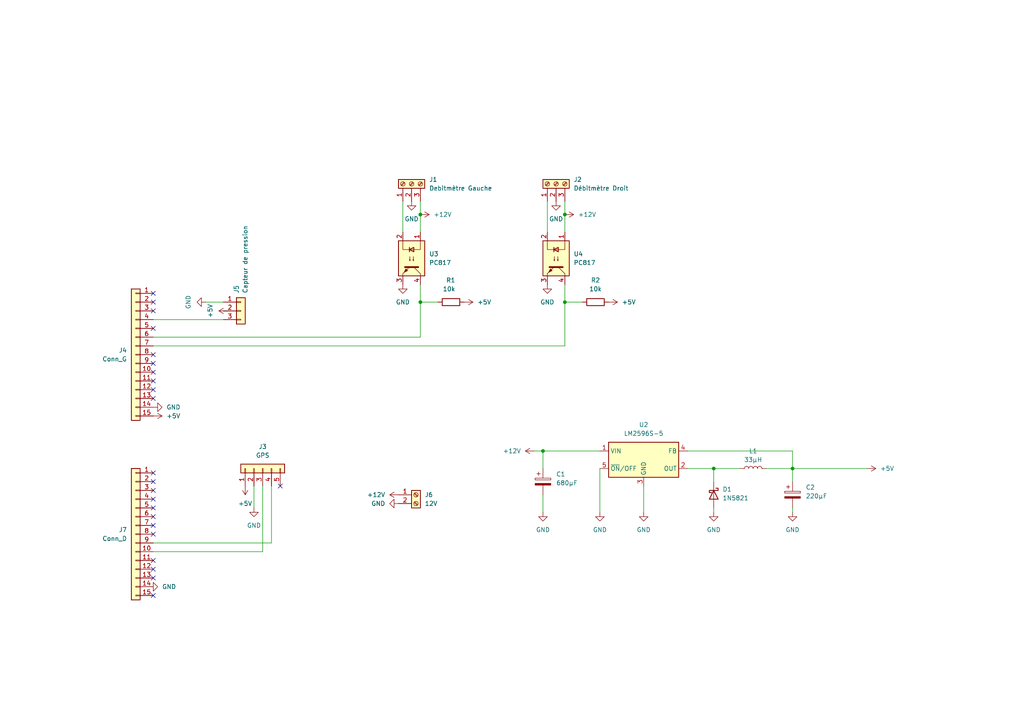
<source format=kicad_sch>
(kicad_sch (version 20231120) (generator "eeschema") (generator_version "8.0")
  (paper "A4")
  (lib_symbols
    (symbol "Connector:Screw_Terminal_01x02" (pin_names (offset 1.016) hide)
      (property "Reference" "J" (at 0 2.54 0))
      (property "Value" "Screw_Terminal_01x02" (at 0 -5.08 0))
      (symbol "Screw_Terminal_01x02_1_1"
        (rectangle (start -1.27 1.27) (end 1.27 -3.81) (stroke (width 0.254)) (fill (type background)))
        (circle (center 0 -2.54) (radius 0.635) (stroke (width 0.1524)))
        (polyline (pts (xy -0.5334 -2.2098) (xy 0.3302 -3.048)) (stroke (width 0.1524)))
        (polyline (pts (xy -0.5334 0.3302) (xy 0.3302 -0.508)) (stroke (width 0.1524)))
        (polyline (pts (xy -0.3556 -2.032) (xy 0.508 -2.8702)) (stroke (width 0.1524)))
        (polyline (pts (xy -0.3556 0.508) (xy 0.508 -0.3302)) (stroke (width 0.1524)))
        (circle (center 0 0) (radius 0.635) (stroke (width 0.1524)))
        (pin passive line (at -5.08 0 0) (length 3.81) (name "Pin_1") (number "1"))
        (pin passive line (at -5.08 -2.54 0) (length 3.81) (name "Pin_2") (number "2"))
      )
    )
    (symbol "Connector:Screw_Terminal_01x03" (pin_names (offset 1.016) hide)
      (property "Reference" "J" (at 0 5.08 0))
      (property "Value" "Screw_Terminal_01x03" (at 0 -5.08 0))
      (symbol "Screw_Terminal_01x03_1_1"
        (rectangle (start -1.27 3.81) (end 1.27 -3.81) (stroke (width 0.254)) (fill (type background)))
        (circle (center 0 -2.54) (radius 0.635) (stroke (width 0.1524)))
        (polyline (pts (xy -0.5334 -2.2098) (xy 0.3302 -3.048)) (stroke (width 0.1524)))
        (polyline (pts (xy -0.5334 0.3302) (xy 0.3302 -0.508)) (stroke (width 0.1524)))
        (polyline (pts (xy -0.5334 2.8702) (xy 0.3302 2.032)) (stroke (width 0.1524)))
        (polyline (pts (xy -0.3556 -2.032) (xy 0.508 -2.8702)) (stroke (width 0.1524)))
        (polyline (pts (xy -0.3556 0.508) (xy 0.508 -0.3302)) (stroke (width 0.1524)))
        (polyline (pts (xy -0.3556 3.048) (xy 0.508 2.2098)) (stroke (width 0.1524)))
        (circle (center 0 0) (radius 0.635) (stroke (width 0.1524)))
        (circle (center 0 2.54) (radius 0.635) (stroke (width 0.1524)))
        (pin passive line (at -5.08 2.54 0) (length 3.81) (name "Pin_1") (number "1"))
        (pin passive line (at -5.08 0 0) (length 3.81) (name "Pin_2") (number "2"))
        (pin passive line (at -5.08 -2.54 0) (length 3.81) (name "Pin_3") (number "3"))
      )
    )
    (symbol "Connector_Generic:Conn_01x03" (pin_names (offset 1.016) hide)
      (property "Reference" "J" (at 0 5.08 0))
      (property "Value" "Conn_01x03" (at 0 -5.08 0))
      (symbol "Conn_01x03_1_1"
        (rectangle (start -1.27 -2.413) (end 0 -2.667) (stroke (width 0.1524)))
        (rectangle (start -1.27 0.127) (end 0 -0.127) (stroke (width 0.1524)))
        (rectangle (start -1.27 2.667) (end 0 2.413) (stroke (width 0.1524)))
        (rectangle (start -1.27 3.81) (end 1.27 -3.81) (stroke (width 0.254)) (fill (type background)))
        (pin passive line (at -5.08 2.54 0) (length 3.81) (name "Pin_1") (number "1"))
        (pin passive line (at -5.08 0 0) (length 3.81) (name "Pin_2") (number "2"))
        (pin passive line (at -5.08 -2.54 0) (length 3.81) (name "Pin_3") (number "3"))
      )
    )
    (symbol "Connector_Generic:Conn_01x05" (pin_names (offset 1.016) hide)
      (property "Reference" "J" (at 0 7.62 0))
      (property "Value" "Conn_01x05" (at 0 -7.62 0))
      (symbol "Conn_01x05_1_1"
        (rectangle (start -1.27 -4.953) (end 0 -5.207) (stroke (width 0.1524)))
        (rectangle (start -1.27 -2.413) (end 0 -2.667) (stroke (width 0.1524)))
        (rectangle (start -1.27 0.127) (end 0 -0.127) (stroke (width 0.1524)))
        (rectangle (start -1.27 2.667) (end 0 2.413) (stroke (width 0.1524)))
        (rectangle (start -1.27 5.207) (end 0 4.953) (stroke (width 0.1524)))
        (rectangle (start -1.27 6.35) (end 1.27 -6.35) (stroke (width 0.254)) (fill (type background)))
        (pin passive line (at -5.08 5.08 0) (length 3.81) (name "Pin_1") (number "1"))
        (pin passive line (at -5.08 2.54 0) (length 3.81) (name "Pin_2") (number "2"))
        (pin passive line (at -5.08 0 0) (length 3.81) (name "Pin_3") (number "3"))
        (pin passive line (at -5.08 -2.54 0) (length 3.81) (name "Pin_4") (number "4"))
        (pin passive line (at -5.08 -5.08 0) (length 3.81) (name "Pin_5") (number "5"))
      )
    )
    (symbol "Connector_Generic:Conn_01x15" (pin_names (offset 1.016) hide)
      (property "Reference" "J" (at 0 20.32 0))
      (property "Value" "Conn_01x15" (at 0 -20.32 0))
      (symbol "Conn_01x15_1_1"
        (rectangle (start -1.27 -17.653) (end 0 -17.907) (stroke (width 0.1524)))
        (rectangle (start -1.27 -15.113) (end 0 -15.367) (stroke (width 0.1524)))
        (rectangle (start -1.27 -12.573) (end 0 -12.827) (stroke (width 0.1524)))
        (rectangle (start -1.27 -10.033) (end 0 -10.287) (stroke (width 0.1524)))
        (rectangle (start -1.27 -7.493) (end 0 -7.747) (stroke (width 0.1524)))
        (rectangle (start -1.27 -4.953) (end 0 -5.207) (stroke (width 0.1524)))
        (rectangle (start -1.27 -2.413) (end 0 -2.667) (stroke (width 0.1524)))
        (rectangle (start -1.27 0.127) (end 0 -0.127) (stroke (width 0.1524)))
        (rectangle (start -1.27 2.667) (end 0 2.413) (stroke (width 0.1524)))
        (rectangle (start -1.27 5.207) (end 0 4.953) (stroke (width 0.1524)))
        (rectangle (start -1.27 7.747) (end 0 7.493) (stroke (width 0.1524)))
        (rectangle (start -1.27 10.287) (end 0 10.033) (stroke (width 0.1524)))
        (rectangle (start -1.27 12.827) (end 0 12.573) (stroke (width 0.1524)))
        (rectangle (start -1.27 15.367) (end 0 15.113) (stroke (width 0.1524)))
        (rectangle (start -1.27 17.907) (end 0 17.653) (stroke (width 0.1524)))
        (rectangle (start -1.27 19.05) (end 1.27 -19.05) (stroke (width 0.254)) (fill (type background)))
        (pin passive line (at -5.08 17.78 0) (length 3.81) (name "Pin_1") (number "1"))
        (pin passive line (at -5.08 -5.08 0) (length 3.81) (name "Pin_10") (number "10"))
        (pin passive line (at -5.08 -7.62 0) (length 3.81) (name "Pin_11") (number "11"))
        (pin passive line (at -5.08 -10.16 0) (length 3.81) (name "Pin_12") (number "12"))
        (pin passive line (at -5.08 -12.7 0) (length 3.81) (name "Pin_13") (number "13"))
        (pin passive line (at -5.08 -15.24 0) (length 3.81) (name "Pin_14") (number "14"))
        (pin passive line (at -5.08 -17.78 0) (length 3.81) (name "Pin_15") (number "15"))
        (pin passive line (at -5.08 15.24 0) (length 3.81) (name "Pin_2") (number "2"))
        (pin passive line (at -5.08 12.7 0) (length 3.81) (name "Pin_3") (number "3"))
        (pin passive line (at -5.08 10.16 0) (length 3.81) (name "Pin_4") (number "4"))
        (pin passive line (at -5.08 7.62 0) (length 3.81) (name "Pin_5") (number "5"))
        (pin passive line (at -5.08 5.08 0) (length 3.81) (name "Pin_6") (number "6"))
        (pin passive line (at -5.08 2.54 0) (length 3.81) (name "Pin_7") (number "7"))
        (pin passive line (at -5.08 0 0) (length 3.81) (name "Pin_8") (number "8"))
        (pin passive line (at -5.08 -2.54 0) (length 3.81) (name "Pin_9") (number "9"))
      )
    )
    (symbol "Device:C_Polarized" (pin_numbers hide) (pin_names (offset 0.254))
      (property "Reference" "C" (at 0.635 2.54 0))
      (property "Value" "C_Polarized" (at 0.635 -2.54 0))
      (symbol "C_Polarized_0_1"
        (rectangle (start -2.286 0.508) (end 2.286 1.016))
        (polyline (pts (xy -1.778 2.286) (xy -0.762 2.286)))
        (polyline (pts (xy -1.27 2.794) (xy -1.27 1.778)))
        (rectangle (start 2.286 -0.508) (end -2.286 -1.016) (fill (type outline)))
      )
      (symbol "C_Polarized_1_1"
        (pin passive line (at 0 3.81 270) (length 2.794) (name "~") (number "1"))
        (pin passive line (at 0 -3.81 90) (length 2.794) (name "~") (number "2"))
      )
    )
    (symbol "Device:L" (pin_numbers hide) (pin_names (offset 1.016) hide)
      (property "Reference" "L" (at -1.27 0 90))
      (property "Value" "L" (at 1.905 0 90))
      (symbol "L_0_1"
        (arc (start 0 -2.54) (mid 0.6323 -1.905) (end 0 -1.27))
        (arc (start 0 -1.27) (mid 0.6323 -0.635) (end 0 0))
        (arc (start 0 0) (mid 0.6323 0.635) (end 0 1.27))
        (arc (start 0 1.27) (mid 0.6323 1.905) (end 0 2.54))
      )
      (symbol "L_1_1"
        (pin passive line (at 0 3.81 270) (length 1.27) (name "1") (number "1"))
        (pin passive line (at 0 -3.81 90) (length 1.27) (name "2") (number "2"))
      )
    )
    (symbol "Device:R" (pin_numbers hide) (pin_names (offset 0))
      (property "Reference" "R" (at 2.032 0 90))
      (property "Value" "R" (at 0 0 90))
      (symbol "R_0_1"
        (rectangle (start -1.016 -2.54) (end 1.016 2.54) (stroke (width 0.254)))
      )
      (symbol "R_1_1"
        (pin passive line (at 0 3.81 270) (length 1.27) (name "~") (number "1"))
        (pin passive line (at 0 -3.81 90) (length 1.27) (name "~") (number "2"))
      )
    )
    (symbol "Diode:1N5821" (pin_numbers hide) (pin_names (offset 1.016) hide)
      (property "Reference" "D" (at 0 2.54 0))
      (property "Value" "1N5821" (at 0 -2.54 0))
      (symbol "1N5821_0_1"
        (polyline (pts (xy 1.27 0) (xy -1.27 0)))
        (polyline (pts (xy 1.27 1.27) (xy 1.27 -1.27) (xy -1.27 0) (xy 1.27 1.27)) (stroke (width 0.254)))
        (polyline (pts (xy -1.905 0.635) (xy -1.905 1.27) (xy -1.27 1.27) (xy -1.27 -1.27) (xy -0.635 -1.27) (xy -0.635 -0.635)) (stroke (width 0.254)))
      )
      (symbol "1N5821_1_1"
        (pin passive line (at -3.81 0 0) (length 2.54) (name "K") (number "1"))
        (pin passive line (at 3.81 0 180) (length 2.54) (name "A") (number "2"))
      )
    )
    (symbol "Isolator:PC817" (pin_names (offset 1.016))
      (property "Reference" "U" (at -5.08 5.08 0))
      (property "Value" "PC817" (at 0 5.08 0))
      (symbol "PC817_0_1"
        (rectangle (start -5.08 3.81) (end 5.08 -3.81) (stroke (width 0.254)) (fill (type background)))
        (polyline (pts (xy -3.175 -0.635) (xy -1.905 -0.635)) (stroke (width 0.254)))
        (polyline (pts (xy 2.54 0.635) (xy 4.445 2.54)))
        (polyline (pts (xy 4.445 -2.54) (xy 2.54 -0.635)) (fill (type outline)))
        (polyline (pts (xy 4.445 -2.54) (xy 5.08 -2.54)))
        (polyline (pts (xy 4.445 2.54) (xy 5.08 2.54)))
        (polyline (pts (xy -5.08 2.54) (xy -2.54 2.54) (xy -2.54 -0.635)))
        (polyline (pts (xy -2.54 -0.635) (xy -2.54 -2.54) (xy -5.08 -2.54)))
        (polyline (pts (xy 2.54 1.905) (xy 2.54 -1.905) (xy 2.54 -1.905)) (stroke (width 0.508)))
        (polyline (pts (xy -2.54 -0.635) (xy -3.175 0.635) (xy -1.905 0.635) (xy -2.54 -0.635)) (stroke (width 0.254)))
        (polyline (pts (xy -0.508 -0.508) (xy 0.762 -0.508) (xy 0.381 -0.635) (xy 0.381 -0.381) (xy 0.762 -0.508)))
        (polyline (pts (xy -0.508 0.508) (xy 0.762 0.508) (xy 0.381 0.381) (xy 0.381 0.635) (xy 0.762 0.508)))
        (polyline (pts (xy 3.048 -1.651) (xy 3.556 -1.143) (xy 4.064 -2.159) (xy 3.048 -1.651) (xy 3.048 -1.651)) (fill (type outline)))
      )
      (symbol "PC817_1_1"
        (pin passive line (at -7.62 2.54 0) (length 2.54) (name "~") (number "1"))
        (pin passive line (at -7.62 -2.54 0) (length 2.54) (name "~") (number "2"))
        (pin passive line (at 7.62 -2.54 180) (length 2.54) (name "~") (number "3"))
        (pin passive line (at 7.62 2.54 180) (length 2.54) (name "~") (number "4"))
      )
    )
    (symbol "Regulator_Switching:LM2596S-5"
      (property "Reference" "U" (at -10.16 6.35 0))
      (property "Value" "LM2596S-5" (at 0 6.35 0))
      (symbol "LM2596S-5_0_1"
        (rectangle (start -10.16 5.08) (end 10.16 -5.08) (stroke (width 0.254)) (fill (type background)))
      )
      (symbol "LM2596S-5_1_1"
        (pin power_in line (at -12.7 2.54 0) (length 2.54) (name "VIN") (number "1"))
        (pin output line (at 12.7 -2.54 180) (length 2.54) (name "OUT") (number "2"))
        (pin power_in line (at 0 -7.62 90) (length 2.54) (name "GND") (number "3"))
        (pin input line (at 12.7 2.54 180) (length 2.54) (name "FB") (number "4"))
        (pin input line (at -12.7 -2.54 0) (length 2.54) (name "~{ON}/OFF") (number "5"))
      )
    )
    (symbol "power:+12V" (power) (pin_names (offset 0))
      (property "Value" "+12V" (at 0 3.556 0))
      (symbol "+12V_0_1"
        (polyline (pts (xy -0.762 1.27) (xy 0 2.54)))
        (polyline (pts (xy 0 0) (xy 0 2.54)))
        (polyline (pts (xy 0 2.54) (xy 0.762 1.27)))
      )
      (symbol "+12V_1_1"
        (pin power_in line (at 0 0 90) (length 0) hide (name "+12V") (number "1"))
      )
    )
    (symbol "power:+5V" (power) (pin_names (offset 0))
      (property "Value" "+5V" (at 0 3.556 0))
      (symbol "+5V_0_1"
        (polyline (pts (xy -0.762 1.27) (xy 0 2.54)))
        (polyline (pts (xy 0 0) (xy 0 2.54)))
        (polyline (pts (xy 0 2.54) (xy 0.762 1.27)))
      )
      (symbol "+5V_1_1"
        (pin power_in line (at 0 0 90) (length 0) hide (name "+5V") (number "1"))
      )
    )
    (symbol "power:GND" (power) (pin_names (offset 0))
      (property "Value" "GND" (at 0 -3.81 0))
      (symbol "GND_0_1"
        (polyline (pts (xy 0 0) (xy 0 -1.27) (xy 1.27 -1.27) (xy 0 -2.54) (xy -1.27 -1.27) (xy 0 -1.27)))
      )
      (symbol "GND_1_1"
        (pin power_in line (at 0 0 270) (length 0) hide (name "GND") (number "1"))
      )
    )
  )
  (junction (at 121.92 62.23))
  (junction (at 229.87 135.89))
  (junction (at 163.83 87.63))
  (junction (at 163.83 62.23))
  (junction (at 157.48 130.81))
  (junction (at 207.01 135.89))
  (junction (at 121.92 87.63))
  (no_connect (at 44.45 87.63))
  (no_connect (at 44.45 110.49))
  (no_connect (at 44.45 165.1))
  (no_connect (at 44.45 137.16))
  (no_connect (at 44.45 115.57))
  (no_connect (at 44.45 107.95))
  (no_connect (at 44.45 172.72))
  (no_connect (at 44.45 102.87))
  (no_connect (at 44.45 139.7))
  (no_connect (at 44.45 167.64))
  (no_connect (at 44.45 85.09))
  (no_connect (at 44.45 95.25))
  (no_connect (at 44.45 142.24))
  (no_connect (at 44.45 147.32))
  (no_connect (at 44.45 152.4))
  (no_connect (at 44.45 105.41))
  (no_connect (at 81.28 140.97))
  (no_connect (at 44.45 162.56))
  (no_connect (at 44.45 90.17))
  (no_connect (at 44.45 154.94))
  (no_connect (at 44.45 149.86))
  (no_connect (at 44.45 113.03))
  (no_connect (at 44.45 144.78))
  (wire (pts (xy 44.45 170.18) (xy 43.18 170.18)))
  (wire (pts (xy 76.2 140.97) (xy 76.2 160.02)))
  (wire (pts (xy 163.83 62.23) (xy 163.83 67.31)))
  (wire (pts (xy 163.83 82.55) (xy 163.83 87.63)))
  (wire (pts (xy 222.25 135.89) (xy 229.87 135.89)))
  (wire (pts (xy 121.92 87.63) (xy 121.92 82.55)))
  (wire (pts (xy 44.45 100.33) (xy 163.83 100.33)))
  (wire (pts (xy 158.75 58.42) (xy 158.75 67.31)))
  (wire (pts (xy 121.92 87.63) (xy 121.92 97.79)))
  (wire (pts (xy 73.66 147.32) (xy 73.66 140.97)))
  (wire (pts (xy 121.92 87.63) (xy 127 87.63)))
  (wire (pts (xy 186.69 140.97) (xy 186.69 148.59)))
  (wire (pts (xy 229.87 147.32) (xy 229.87 148.59)))
  (wire (pts (xy 207.01 135.89) (xy 207.01 139.7)))
  (wire (pts (xy 157.48 143.51) (xy 157.48 148.59)))
  (wire (pts (xy 163.83 87.63) (xy 163.83 100.33)))
  (wire (pts (xy 44.45 97.79) (xy 121.92 97.79)))
  (wire (pts (xy 168.91 87.63) (xy 163.83 87.63)))
  (wire (pts (xy 64.77 90.17) (xy 66.04 90.17)))
  (wire (pts (xy 59.69 87.63) (xy 64.77 87.63)))
  (wire (pts (xy 173.99 135.89) (xy 173.99 148.59)))
  (wire (pts (xy 44.45 92.71) (xy 64.77 92.71)))
  (wire (pts (xy 207.01 135.89) (xy 214.63 135.89)))
  (wire (pts (xy 76.2 160.02) (xy 44.45 160.02)))
  (wire (pts (xy 78.74 157.48) (xy 44.45 157.48)))
  (wire (pts (xy 229.87 130.81) (xy 229.87 135.89)))
  (wire (pts (xy 199.39 135.89) (xy 207.01 135.89)))
  (wire (pts (xy 163.83 58.42) (xy 163.83 62.23)))
  (wire (pts (xy 121.92 58.42) (xy 121.92 62.23)))
  (wire (pts (xy 154.94 130.81) (xy 157.48 130.81)))
  (wire (pts (xy 229.87 135.89) (xy 229.87 139.7)))
  (wire (pts (xy 157.48 130.81) (xy 157.48 135.89)))
  (wire (pts (xy 121.92 62.23) (xy 121.92 67.31)))
  (wire (pts (xy 78.74 140.97) (xy 78.74 157.48)))
  (wire (pts (xy 229.87 135.89) (xy 251.46 135.89)))
  (wire (pts (xy 116.84 58.42) (xy 116.84 67.31)))
  (wire (pts (xy 207.01 147.32) (xy 207.01 148.59)))
  (wire (pts (xy 157.48 130.81) (xy 173.99 130.81)))
  (wire (pts (xy 199.39 130.81) (xy 229.87 130.81)))
  (symbol (lib_id "Device:R") (at 172.72 87.63 90) (unit 1)
    (property "Reference" "R2" (at 172.72 81.28 90))
    (property "Value" "10k" (at 172.72 83.82 90))
    (property "Footprint" "Resistor_SMD:R_0603_1608Metric" (effects (hide yes)))
  )
  (symbol (lib_id "Device:L") (at 218.44 135.89 90) (unit 1)
    (property "Reference" "L1" (at 218.44 130.81 90))
    (property "Value" "33µH" (at 218.44 133.35 90))
    (property "Footprint" "Inductor_SMD:L_Changjiang_FXL0650" (effects (hide yes)))
    (property "Description" "Inductor" (effects (hide yes)))
  )
  (symbol (lib_id "power:+5V") (at 44.45 120.65 270) (unit 1)
    (property "Reference" "#PWR0106" (effects (hide yes)))
    (property "Value" "+5V" (at 48.26 120.6499 90) (effects (justify left)))
  )
  (symbol (lib_id "power:+5V") (at 134.62 87.63 270) (unit 1)
    (property "Reference" "#PWR0102" (effects (hide yes)))
    (property "Value" "+5V" (at 138.43 87.6299 90) (effects (justify left)))
  )
  (symbol (lib_id "power:+12V") (at 115.57 143.51 90) (unit 1)
    (property "Reference" "#PWR0118" (effects (hide yes)))
    (property "Value" "+12V" (at 111.76 143.5099 90) (effects (justify left)))
  )
  (symbol (lib_id "power:GND") (at 115.57 146.05 270) (unit 1)
    (property "Reference" "#PWR0119" (effects (hide yes)))
    (property "Value" "GND" (at 111.76 146.0499 90) (effects (justify right)))
  )
  (symbol (lib_id "Connector:Screw_Terminal_01x03") (at 161.29 53.34 90) (unit 1)
    (property "Reference" "J2" (at 166.37 52.0699 90) (effects (justify right)))
    (property "Value" "Débitmètre Droit" (at 166.37 54.6099 90) (effects (justify right)))
    (property "Footprint" "mesEmpreintes:TerminalBlock_bornier-3_P5.08mm" (effects (hide yes)))
  )
  (symbol (lib_id "Connector:Screw_Terminal_01x02") (at 120.65 143.51 0) (unit 1)
    (property "Reference" "J6" (at 123.19 143.5099 0) (effects (justify left)))
    (property "Value" "12V" (at 123.19 146.0499 0) (effects (justify left)))
    (property "Footprint" "mesEmpreintes:TerminalBlock_bornier-2_P5.08mm" (effects (hide yes)))
  )
  (symbol (lib_id "power:+12V") (at 121.92 62.23 270) (unit 1)
    (property "Reference" "#PWR0109" (effects (hide yes)))
    (property "Value" "+12V" (at 125.73 62.2299 90) (effects (justify left)))
  )
  (symbol (lib_id "power:+5V") (at 176.53 87.63 270) (unit 1)
    (property "Reference" "#PWR0101" (effects (hide yes)))
    (property "Value" "+5V" (at 180.34 87.6299 90) (effects (justify left)))
  )
  (symbol (lib_id "power:GND") (at 73.66 147.32 0) (unit 1)
    (property "Reference" "#PWR0110" (effects (hide yes)))
    (property "Value" "GND" (at 73.66 152.4 0))
  )
  (symbol (lib_id "power:+12V") (at 163.83 62.23 270) (unit 1)
    (property "Reference" "#PWR0105" (effects (hide yes)))
    (property "Value" "+12V" (at 167.64 62.2299 90) (effects (justify left)))
  )
  (symbol (lib_id "power:GND") (at 59.69 87.63 270) (unit 1)
    (property "Reference" "#PWR0117" (effects (hide yes)))
    (property "Value" "GND" (at 54.61 87.63 0))
  )
  (symbol (lib_id "power:GND") (at 119.38 58.42 0) (unit 1)
    (property "Reference" "#PWR0111" (effects (hide yes)))
    (property "Value" "GND" (at 119.38 63.5 0))
  )
  (symbol (lib_id "power:+5V") (at 251.46 135.89 270) (unit 1)
    (property "Reference" "#PWR0114" (effects (hide yes)))
    (property "Value" "+5V" (at 255.27 135.8899 90) (effects (justify left)))
  )
  (symbol (lib_id "power:GND") (at 186.69 148.59 0) (unit 1)
    (property "Reference" "#PWR04" (effects (hide yes)))
    (property "Value" "GND" (at 186.69 153.67 0))
  )
  (symbol (lib_id "power:GND") (at 207.01 148.59 0) (unit 1)
    (property "Reference" "#PWR05" (effects (hide yes)))
    (property "Value" "GND" (at 207.01 153.67 0))
  )
  (symbol (lib_id "power:+5V") (at 66.04 90.17 90) (unit 1)
    (property "Reference" "#PWR0116" (effects (hide yes)))
    (property "Value" "+5V" (at 60.96 90.17 0))
  )
  (symbol (lib_id "Isolator:PC817") (at 161.29 74.93 270) (unit 1)
    (property "Reference" "U4" (at 166.37 73.6599 90) (effects (justify left)))
    (property "Value" "PC817" (at 166.37 76.1999 90) (effects (justify left)))
    (property "Footprint" "mesEmpreintes:OPTO-SMD4" (effects (hide yes)))
    (property "Datasheet" "http://www.soselectronic.cz/a_info/resource/d/pc817.pdf" (effects (hide yes)))
  )
  (symbol (lib_id "Isolator:PC817") (at 119.38 74.93 270) (unit 1)
    (property "Reference" "U3" (at 124.46 73.6599 90) (effects (justify left)))
    (property "Value" "PC817" (at 124.46 76.1999 90) (effects (justify left)))
    (property "Footprint" "mesEmpreintes:OPTO-SMD4" (effects (hide yes)))
    (property "Datasheet" "http://www.soselectronic.cz/a_info/resource/d/pc817.pdf" (effects (hide yes)))
  )
  (symbol (lib_id "Connector_Generic:Conn_01x15") (at 39.37 102.87 0) (mirror y) (unit 1)
    (property "Reference" "J4" (at 36.83 101.5999 0) (effects (justify left)))
    (property "Value" "Conn_G" (at 36.83 104.1399 0) (effects (justify left)))
    (property "Footprint" "Connector_PinSocket_2.54mm:PinSocket_1x15_P2.54mm_Vertical" (effects (hide yes)))
    (property "Description" "Generic connector, single row, 01x15, script generated (kicad-library-utils/schlib/autogen/connector/)" (effects (hide yes)))
  )
  (symbol (lib_id "power:GND") (at 116.84 82.55 0) (unit 1)
    (property "Reference" "#PWR0104" (effects (hide yes)))
    (property "Value" "GND" (at 116.84 87.63 0))
  )
  (symbol (lib_id "power:+12V") (at 154.94 130.81 90) (unit 1)
    (property "Reference" "#PWR01" (effects (hide yes)))
    (property "Value" "+12V" (at 151.13 130.8099 90) (effects (justify left)))
  )
  (symbol (lib_id "power:GND") (at 43.18 170.18 90) (unit 1)
    (property "Reference" "#PWR0107" (effects (hide yes)))
    (property "Value" "GND" (at 46.99 170.1799 90) (effects (justify right)))
  )
  (symbol (lib_id "Connector:Screw_Terminal_01x03") (at 119.38 53.34 90) (unit 1)
    (property "Reference" "J1" (at 124.46 52.0699 90) (effects (justify right)))
    (property "Value" "Debitmètre Gauche" (at 124.46 54.6099 90) (effects (justify right)))
    (property "Footprint" "mesEmpreintes:TerminalBlock_bornier-3_P5.08mm" (effects (hide yes)))
  )
  (symbol (lib_id "power:GND") (at 158.75 82.55 0) (unit 1)
    (property "Reference" "#PWR0103" (effects (hide yes)))
    (property "Value" "GND" (at 158.75 87.63 0))
  )
  (symbol (lib_id "Regulator_Switching:LM2596S-5") (at 186.69 133.35 0) (unit 1)
    (property "Reference" "U2" (at 186.69 123.19 0))
    (property "Value" "LM2596S-5" (at 186.69 125.73 0))
    (property "Footprint" "Package_TO_SOT_SMD:TO-263-5_TabPin3" (effects (hide yes)))
    (property "Datasheet" "http://www.ti.com/lit/ds/symlink/lm2596.pdf" (effects (hide yes)))
    (property "Description" "5V 3A Step-Down Voltage Regulator, TO-263" (effects (hide yes)))
  )
  (symbol (lib_id "Connector_Generic:Conn_01x05") (at 76.2 135.89 90) (unit 1)
    (property "Reference" "J3" (at 76.2 129.54 90))
    (property "Value" "GPS" (at 76.2 132.08 90))
    (property "Footprint" "Connector_PinSocket_2.54mm:PinSocket_1x05_P2.54mm_Vertical" (effects (hide yes)))
  )
  (symbol (lib_id "power:GND") (at 157.48 148.59 0) (unit 1)
    (property "Reference" "#PWR02" (effects (hide yes)))
    (property "Value" "GND" (at 157.48 153.67 0))
  )
  (symbol (lib_id "Diode:1N5821") (at 207.01 143.51 270) (unit 1)
    (property "Reference" "D1" (at 209.55 141.9224 90) (effects (justify left)))
    (property "Value" "1N5821" (at 209.55 144.4624 90) (effects (justify left)))
    (property "Footprint" "Diode_THT:D_DO-201AD_P12.70mm_Horizontal" (effects (hide yes)))
    (property "Datasheet" "http://www.vishay.com/docs/88526/1n5820.pdf" (effects (hide yes)))
    (property "Description" "30V 3A Schottky Barrier Rectifier Diode, DO-201AD" (effects (hide yes)))
  )
  (symbol (lib_id "power:GND") (at 44.45 118.11 90) (unit 1)
    (property "Reference" "#PWR07" (effects (hide yes)))
    (property "Value" "GND" (at 48.26 118.1099 90) (effects (justify right)))
  )
  (symbol (lib_id "power:+5V") (at 71.12 140.97 180) (unit 1)
    (property "Reference" "#PWR0112" (effects (hide yes)))
    (property "Value" "+5V" (at 71.12 146.05 0))
  )
  (symbol (lib_id "power:GND") (at 229.87 148.59 0) (unit 1)
    (property "Reference" "#PWR06" (effects (hide yes)))
    (property "Value" "GND" (at 229.87 153.67 0))
  )
  (symbol (lib_id "Connector_Generic:Conn_01x15") (at 39.37 154.94 0) (mirror y) (unit 1)
    (property "Reference" "J7" (at 36.83 153.6699 0) (effects (justify left)))
    (property "Value" "Conn_D" (at 36.83 156.2099 0) (effects (justify left)))
    (property "Footprint" "Connector_PinSocket_2.54mm:PinSocket_1x15_P2.54mm_Vertical" (effects (hide yes)))
    (property "Description" "Generic connector, single row, 01x15, script generated (kicad-library-utils/schlib/autogen/connector/)" (effects (hide yes)))
  )
  (symbol (lib_id "power:GND") (at 161.29 58.42 0) (unit 1)
    (property "Reference" "#PWR0108" (effects (hide yes)))
    (property "Value" "GND" (at 161.29 63.5 0))
  )
  (symbol (lib_id "Device:R") (at 130.81 87.63 90) (unit 1)
    (property "Reference" "R1" (at 132.08 81.28 90) (effects (justify left)))
    (property "Value" "10k" (at 132.08 83.82 90) (effects (justify left)))
    (property "Footprint" "Resistor_SMD:R_0603_1608Metric" (effects (hide yes)))
  )
  (symbol (lib_id "Device:C_Polarized") (at 157.48 139.7 0) (unit 1)
    (property "Reference" "C1" (at 161.29 137.5409 0) (effects (justify left)))
    (property "Value" "680µF" (at 161.29 140.0809 0) (effects (justify left)))
    (property "Footprint" "Capacitor_SMD:CP_Elec_10x10.5" (effects (hide yes)))
    (property "Description" "Polarized capacitor" (effects (hide yes)))
  )
  (symbol (lib_id "power:GND") (at 173.99 148.59 0) (unit 1)
    (property "Reference" "#PWR03" (effects (hide yes)))
    (property "Value" "GND" (at 173.99 153.67 0))
  )
  (symbol (lib_id "Device:C_Polarized") (at 229.87 143.51 0) (unit 1)
    (property "Reference" "C2" (at 233.68 141.3509 0) (effects (justify left)))
    (property "Value" "220µF" (at 233.68 143.8909 0) (effects (justify left)))
    (property "Footprint" "Capacitor_SMD:CP_Elec_6.3x5.4" (effects (hide yes)))
    (property "Description" "Polarized capacitor" (effects (hide yes)))
  )
  (symbol (lib_id "Connector_Generic:Conn_01x03") (at 69.85 90.17 0) (unit 1)
    (property "Reference" "J5" (at 68.5799 85.09 90) (effects (justify left)))
    (property "Value" "Capteur de pression" (at 71.1199 85.09 90) (effects (justify left)))
    (property "Footprint" "Connector_PinHeader_2.54mm:PinHeader_1x03_P2.54mm_Vertical" (effects (hide yes)))
  )
)
</source>
